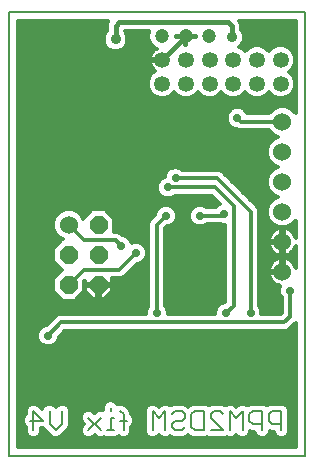
<source format=gbl>
G75*
%MOIN*%
%OFA0B0*%
%FSLAX24Y24*%
%IPPOS*%
%LPD*%
%AMOC8*
5,1,8,0,0,1.08239X$1,22.5*
%
%ADD10C,0.0080*%
%ADD11C,0.0070*%
%ADD12C,0.0600*%
%ADD13C,0.0472*%
%ADD14C,0.0531*%
%ADD15OC8,0.0600*%
%ADD16C,0.0356*%
%ADD17C,0.0120*%
%ADD18C,0.0160*%
%ADD19C,0.0277*%
D10*
X003400Y002400D02*
X013264Y002400D01*
X013264Y017194D01*
X003400Y017194D01*
X003400Y002400D01*
D11*
X004225Y003248D02*
X004225Y003878D01*
X004541Y003563D01*
X004120Y003563D01*
X004765Y003458D02*
X004765Y003878D01*
X005185Y003878D02*
X005185Y003458D01*
X004975Y003248D01*
X004765Y003458D01*
X006054Y003668D02*
X006474Y003248D01*
X006694Y003248D02*
X006904Y003248D01*
X006799Y003248D02*
X006799Y003668D01*
X006904Y003668D01*
X006799Y003878D02*
X006799Y003983D01*
X007123Y003878D02*
X007229Y003773D01*
X007229Y003248D01*
X007334Y003563D02*
X007123Y003563D01*
X006474Y003668D02*
X006054Y003248D01*
X008202Y003248D02*
X008202Y003878D01*
X008413Y003668D01*
X008623Y003878D01*
X008623Y003248D01*
X008847Y003353D02*
X008847Y003458D01*
X008952Y003563D01*
X009162Y003563D01*
X009267Y003668D01*
X009267Y003773D01*
X009162Y003878D01*
X008952Y003878D01*
X008847Y003773D01*
X009491Y003773D02*
X009597Y003878D01*
X009912Y003878D01*
X009912Y003248D01*
X009597Y003248D01*
X009491Y003353D01*
X009491Y003773D01*
X009267Y003353D02*
X009162Y003248D01*
X008952Y003248D01*
X008847Y003353D01*
X010136Y003248D02*
X010556Y003248D01*
X010136Y003668D01*
X010136Y003773D01*
X010241Y003878D01*
X010451Y003878D01*
X010556Y003773D01*
X010781Y003878D02*
X010781Y003248D01*
X011201Y003248D02*
X011201Y003878D01*
X010991Y003668D01*
X010781Y003878D01*
X011425Y003773D02*
X011425Y003563D01*
X011530Y003458D01*
X011845Y003458D01*
X011845Y003248D02*
X011845Y003878D01*
X011530Y003878D01*
X011425Y003773D01*
X012070Y003773D02*
X012070Y003563D01*
X012175Y003458D01*
X012490Y003458D01*
X012490Y003248D02*
X012490Y003878D01*
X012175Y003878D01*
X012070Y003773D01*
D12*
X012525Y008525D03*
X012525Y009525D03*
X012525Y010525D03*
X012525Y011525D03*
X012525Y012525D03*
X012525Y013525D03*
X005400Y010088D03*
D13*
X008517Y016381D03*
X009304Y016381D03*
X010091Y016381D03*
D14*
X010100Y015588D03*
X010887Y015588D03*
X011675Y015588D03*
X012462Y015588D03*
X012462Y014800D03*
X011675Y014800D03*
X010887Y014800D03*
X010100Y014800D03*
X009312Y014800D03*
X008525Y014800D03*
X008525Y015588D03*
X009312Y015588D03*
D15*
X006400Y010088D03*
X006400Y009088D03*
X005400Y009088D03*
X005400Y008088D03*
X006400Y008088D03*
D16*
X010400Y008025D03*
X011400Y005025D03*
X009025Y005025D03*
X004338Y005025D03*
X004275Y015213D03*
X006963Y016275D03*
X010838Y016338D03*
X012619Y016525D03*
D17*
X012964Y016502D02*
X011200Y016502D01*
X011175Y016563D02*
X011137Y016601D01*
X011137Y016772D01*
X011092Y016882D01*
X011080Y016894D01*
X012964Y016894D01*
X012964Y013822D01*
X012820Y013966D01*
X012628Y014045D01*
X012422Y014045D01*
X012230Y013966D01*
X012084Y013820D01*
X012078Y013805D01*
X011349Y013805D01*
X011329Y013853D01*
X011228Y013954D01*
X011096Y014009D01*
X010954Y014009D01*
X010822Y013954D01*
X010721Y013853D01*
X010666Y013721D01*
X010666Y013579D01*
X010721Y013447D01*
X010822Y013346D01*
X010954Y013291D01*
X010988Y013291D01*
X010991Y013288D01*
X011094Y013245D01*
X012078Y013245D01*
X012084Y013230D01*
X012230Y013084D01*
X012373Y013025D01*
X012230Y012966D01*
X012084Y012820D01*
X012005Y012628D01*
X012005Y012422D01*
X012084Y012230D01*
X012230Y012084D01*
X012373Y012025D01*
X012230Y011966D01*
X012084Y011820D01*
X012005Y011628D01*
X012005Y011422D01*
X012084Y011230D01*
X012230Y011084D01*
X012373Y011025D01*
X012230Y010966D01*
X012084Y010820D01*
X012005Y010628D01*
X012005Y010422D01*
X012084Y010230D01*
X012230Y010084D01*
X012422Y010005D01*
X012628Y010005D01*
X012820Y010084D01*
X012964Y010228D01*
X012964Y009663D01*
X012951Y009702D01*
X012918Y009766D01*
X012876Y009825D01*
X012825Y009876D01*
X012766Y009918D01*
X012702Y009951D01*
X012633Y009974D01*
X012565Y009984D01*
X012485Y009984D01*
X012417Y009974D01*
X012348Y009951D01*
X012284Y009918D01*
X012225Y009876D01*
X012174Y009825D01*
X012132Y009766D01*
X012099Y009702D01*
X012076Y009633D01*
X012066Y009565D01*
X012485Y009565D01*
X012485Y009984D01*
X012483Y009984D02*
X011742Y009984D01*
X011742Y009866D02*
X012215Y009866D01*
X012122Y009747D02*
X011742Y009747D01*
X011742Y009629D02*
X012076Y009629D01*
X012066Y009485D02*
X012076Y009417D01*
X012099Y009348D01*
X012132Y009284D01*
X012174Y009225D01*
X012225Y009174D01*
X012284Y009132D01*
X012348Y009099D01*
X012417Y009076D01*
X012485Y009066D01*
X012485Y009485D01*
X012565Y009485D01*
X012565Y009066D01*
X012633Y009076D01*
X012702Y009099D01*
X012766Y009132D01*
X012825Y009174D01*
X012876Y009225D01*
X012918Y009284D01*
X012951Y009348D01*
X012964Y009387D01*
X012964Y008663D01*
X012951Y008702D01*
X012918Y008766D01*
X012876Y008825D01*
X012825Y008876D01*
X012766Y008918D01*
X012702Y008951D01*
X012633Y008974D01*
X012565Y008984D01*
X012565Y008565D01*
X012485Y008565D01*
X012485Y008984D01*
X012417Y008974D01*
X012348Y008951D01*
X012284Y008918D01*
X012225Y008876D01*
X012174Y008825D01*
X012132Y008766D01*
X012099Y008702D01*
X012076Y008633D01*
X012066Y008565D01*
X012485Y008565D01*
X012485Y008485D01*
X012066Y008485D01*
X012076Y008417D01*
X012099Y008348D01*
X012132Y008284D01*
X012174Y008225D01*
X012225Y008174D01*
X012284Y008132D01*
X012348Y008099D01*
X012417Y008076D01*
X012457Y008070D01*
X012416Y007971D01*
X012416Y007829D01*
X012471Y007697D01*
X012495Y007673D01*
X012495Y007141D01*
X012472Y007117D01*
X011821Y007117D01*
X011821Y007221D01*
X011767Y007353D01*
X011742Y007377D01*
X011742Y010581D01*
X011700Y010684D01*
X010575Y011809D01*
X010496Y011887D01*
X010393Y011930D01*
X009190Y011930D01*
X009166Y011954D01*
X009034Y012009D01*
X008891Y012009D01*
X008759Y011954D01*
X008658Y011853D01*
X008604Y011721D01*
X008604Y011681D01*
X008509Y011642D01*
X008408Y011541D01*
X008354Y011409D01*
X008354Y011266D01*
X008408Y011134D01*
X008509Y011033D01*
X008641Y010979D01*
X008784Y010979D01*
X008916Y011033D01*
X008940Y011058D01*
X010159Y011058D01*
X010431Y010786D01*
X010384Y010767D01*
X010298Y010680D01*
X010002Y010680D01*
X009978Y010704D01*
X009846Y010759D01*
X009704Y010759D01*
X009572Y010704D01*
X009471Y010603D01*
X009416Y010471D01*
X009416Y010329D01*
X009471Y010197D01*
X009572Y010096D01*
X009704Y010041D01*
X009846Y010041D01*
X009978Y010096D01*
X010002Y010120D01*
X010477Y010120D01*
X010516Y010104D01*
X010620Y010104D01*
X010620Y007516D01*
X010613Y007509D01*
X010579Y007509D01*
X010447Y007454D01*
X010346Y007353D01*
X010291Y007221D01*
X010291Y007117D01*
X008696Y007117D01*
X008696Y007221D01*
X008642Y007353D01*
X008617Y007377D01*
X008617Y009972D01*
X008687Y010041D01*
X008721Y010041D01*
X008853Y010096D01*
X008954Y010197D01*
X009009Y010329D01*
X009009Y010471D01*
X008954Y010603D01*
X008853Y010704D01*
X008721Y010759D01*
X008579Y010759D01*
X008447Y010704D01*
X008346Y010603D01*
X008291Y010471D01*
X008291Y010437D01*
X008100Y010246D01*
X008058Y010143D01*
X008058Y007377D01*
X008033Y007353D01*
X007979Y007221D01*
X007979Y007117D01*
X005094Y007117D01*
X004991Y007075D01*
X004675Y006759D01*
X004641Y006759D01*
X004509Y006704D01*
X004408Y006603D01*
X004354Y006471D01*
X004354Y006329D01*
X004408Y006197D01*
X004509Y006096D01*
X004641Y006041D01*
X004784Y006041D01*
X004916Y006096D01*
X005017Y006197D01*
X005071Y006329D01*
X005071Y006363D01*
X005266Y006558D01*
X012643Y006558D01*
X012746Y006600D01*
X012825Y006679D01*
X012964Y006818D01*
X012964Y002700D01*
X003700Y002700D01*
X003700Y016894D01*
X006720Y016894D01*
X006708Y016882D01*
X006663Y016772D01*
X006663Y016538D01*
X006625Y016501D01*
X006564Y016354D01*
X006564Y016196D01*
X006625Y016049D01*
X006737Y015937D01*
X006883Y015877D01*
X007042Y015877D01*
X007188Y015937D01*
X007300Y016049D01*
X007361Y016196D01*
X007361Y016354D01*
X007300Y016501D01*
X007263Y016538D01*
X008088Y016538D01*
X008060Y016472D01*
X008060Y016291D01*
X008130Y016123D01*
X008258Y015995D01*
X008329Y015965D01*
X008302Y015952D01*
X008248Y015912D01*
X008200Y015865D01*
X008161Y015811D01*
X008130Y015751D01*
X008110Y015687D01*
X008099Y015621D01*
X008099Y015616D01*
X008496Y015616D01*
X008496Y015559D01*
X008099Y015559D01*
X008099Y015554D01*
X008110Y015488D01*
X008130Y015424D01*
X008161Y015364D01*
X008200Y015310D01*
X008248Y015263D01*
X008293Y015230D01*
X008250Y015212D01*
X008113Y015075D01*
X008039Y014897D01*
X008039Y014703D01*
X008113Y014525D01*
X008250Y014388D01*
X008428Y014314D01*
X008622Y014314D01*
X008800Y014388D01*
X008919Y014507D01*
X009037Y014388D01*
X009216Y014314D01*
X009409Y014314D01*
X009588Y014388D01*
X009706Y014507D01*
X009825Y014388D01*
X010003Y014314D01*
X010196Y014314D01*
X010375Y014388D01*
X010494Y014507D01*
X010612Y014388D01*
X010791Y014314D01*
X010984Y014314D01*
X011162Y014388D01*
X011281Y014507D01*
X011399Y014388D01*
X011578Y014314D01*
X011771Y014314D01*
X011950Y014388D01*
X012068Y014507D01*
X012187Y014388D01*
X012365Y014314D01*
X012559Y014314D01*
X012737Y014388D01*
X012874Y014525D01*
X012948Y014703D01*
X012948Y014897D01*
X012874Y015075D01*
X012755Y015194D01*
X012874Y015312D01*
X012948Y015491D01*
X012948Y015684D01*
X012874Y015863D01*
X012737Y015999D01*
X012559Y016073D01*
X012365Y016073D01*
X012187Y015999D01*
X012068Y015881D01*
X011950Y015999D01*
X011771Y016073D01*
X011578Y016073D01*
X011399Y015999D01*
X011281Y015881D01*
X011162Y015999D01*
X011092Y016029D01*
X011175Y016112D01*
X011236Y016258D01*
X011236Y016417D01*
X011175Y016563D01*
X011137Y016620D02*
X012964Y016620D01*
X012964Y016739D02*
X011137Y016739D01*
X011102Y016857D02*
X012964Y016857D01*
X012964Y016383D02*
X011236Y016383D01*
X011236Y016265D02*
X012964Y016265D01*
X012964Y016146D02*
X011189Y016146D01*
X011094Y016028D02*
X011468Y016028D01*
X011309Y015909D02*
X011253Y015909D01*
X011882Y016028D02*
X012255Y016028D01*
X012097Y015909D02*
X012040Y015909D01*
X012669Y016028D02*
X012964Y016028D01*
X012964Y015909D02*
X012827Y015909D01*
X012904Y015791D02*
X012964Y015791D01*
X012964Y015672D02*
X012948Y015672D01*
X012948Y015554D02*
X012964Y015554D01*
X012964Y015435D02*
X012925Y015435D01*
X012964Y015317D02*
X012876Y015317D01*
X012964Y015198D02*
X012759Y015198D01*
X012870Y015080D02*
X012964Y015080D01*
X012964Y014961D02*
X012921Y014961D01*
X012948Y014843D02*
X012964Y014843D01*
X012964Y014724D02*
X012948Y014724D01*
X012964Y014606D02*
X012907Y014606D01*
X012964Y014487D02*
X012836Y014487D01*
X012964Y014369D02*
X012689Y014369D01*
X012964Y014250D02*
X003700Y014250D01*
X003700Y014132D02*
X012964Y014132D01*
X012964Y014013D02*
X012706Y014013D01*
X012891Y013895D02*
X012964Y013895D01*
X012525Y013525D02*
X011150Y013525D01*
X011025Y013650D01*
X010666Y013658D02*
X003700Y013658D01*
X003700Y013776D02*
X010689Y013776D01*
X010762Y013895D02*
X003700Y013895D01*
X003700Y014013D02*
X012344Y014013D01*
X012159Y013895D02*
X011288Y013895D01*
X010683Y013539D02*
X003700Y013539D01*
X003700Y013421D02*
X010747Y013421D01*
X010928Y013302D02*
X003700Y013302D01*
X003700Y013184D02*
X012131Y013184D01*
X012277Y013065D02*
X003700Y013065D01*
X003700Y012947D02*
X012211Y012947D01*
X012093Y012828D02*
X003700Y012828D01*
X003700Y012710D02*
X012039Y012710D01*
X012005Y012591D02*
X003700Y012591D01*
X003700Y012473D02*
X012005Y012473D01*
X012033Y012354D02*
X003700Y012354D01*
X003700Y012236D02*
X012082Y012236D01*
X012198Y012117D02*
X003700Y012117D01*
X003700Y011999D02*
X008866Y011999D01*
X009059Y011999D02*
X012309Y011999D01*
X012145Y011880D02*
X010503Y011880D01*
X010622Y011762D02*
X012060Y011762D01*
X012011Y011643D02*
X010740Y011643D01*
X010859Y011525D02*
X012005Y011525D01*
X012011Y011406D02*
X010977Y011406D01*
X011096Y011288D02*
X012061Y011288D01*
X012146Y011169D02*
X011214Y011169D01*
X011333Y011051D02*
X012312Y011051D01*
X012197Y010932D02*
X011451Y010932D01*
X011570Y010814D02*
X012082Y010814D01*
X012033Y010695D02*
X011688Y010695D01*
X011742Y010577D02*
X012005Y010577D01*
X012005Y010458D02*
X011742Y010458D01*
X011742Y010340D02*
X012039Y010340D01*
X012094Y010221D02*
X011742Y010221D01*
X011742Y010103D02*
X012212Y010103D01*
X012485Y009866D02*
X012565Y009866D01*
X012567Y009984D02*
X012964Y009984D01*
X012964Y009866D02*
X012835Y009866D01*
X012928Y009747D02*
X012964Y009747D01*
X012565Y009747D02*
X012485Y009747D01*
X012485Y009629D02*
X012565Y009629D01*
X012565Y009565D02*
X012485Y009565D01*
X012485Y009485D01*
X012066Y009485D01*
X012085Y009392D02*
X011742Y009392D01*
X011742Y009510D02*
X012485Y009510D01*
X012565Y009565D02*
X012565Y009984D01*
X012838Y010103D02*
X012964Y010103D01*
X012956Y010221D02*
X012964Y010221D01*
X012565Y009392D02*
X012485Y009392D01*
X012485Y009273D02*
X012565Y009273D01*
X012565Y009155D02*
X012485Y009155D01*
X012252Y009155D02*
X011742Y009155D01*
X011742Y009273D02*
X012139Y009273D01*
X011742Y009036D02*
X012964Y009036D01*
X012964Y008918D02*
X012767Y008918D01*
X012895Y008799D02*
X012964Y008799D01*
X012958Y008681D02*
X012964Y008681D01*
X012565Y008681D02*
X012485Y008681D01*
X012485Y008799D02*
X012565Y008799D01*
X012565Y008918D02*
X012485Y008918D01*
X012283Y008918D02*
X011742Y008918D01*
X011742Y008799D02*
X012155Y008799D01*
X012092Y008681D02*
X011742Y008681D01*
X011742Y008562D02*
X012485Y008562D01*
X012072Y008444D02*
X011742Y008444D01*
X011742Y008325D02*
X012111Y008325D01*
X012193Y008207D02*
X011742Y008207D01*
X011742Y008088D02*
X012381Y008088D01*
X012416Y007970D02*
X011742Y007970D01*
X011742Y007851D02*
X012416Y007851D01*
X012456Y007733D02*
X011742Y007733D01*
X011742Y007614D02*
X012495Y007614D01*
X012495Y007496D02*
X011742Y007496D01*
X011743Y007377D02*
X012495Y007377D01*
X012495Y007259D02*
X011806Y007259D01*
X011821Y007140D02*
X012494Y007140D01*
X012775Y007025D02*
X012588Y006838D01*
X005150Y006838D01*
X004713Y006400D01*
X004862Y006074D02*
X012964Y006074D01*
X012964Y006192D02*
X005012Y006192D01*
X005064Y006311D02*
X012964Y006311D01*
X012964Y006429D02*
X005137Y006429D01*
X005256Y006548D02*
X012964Y006548D01*
X012964Y006666D02*
X012812Y006666D01*
X012930Y006785D02*
X012964Y006785D01*
X012775Y007025D02*
X012775Y007900D01*
X011463Y007150D02*
X011463Y010525D01*
X010338Y011650D01*
X008963Y011650D01*
X008620Y011762D02*
X003700Y011762D01*
X003700Y011880D02*
X008685Y011880D01*
X008513Y011643D02*
X003700Y011643D01*
X003700Y011525D02*
X008402Y011525D01*
X008354Y011406D02*
X003700Y011406D01*
X003700Y011288D02*
X008354Y011288D01*
X008394Y011169D02*
X003700Y011169D01*
X003700Y011051D02*
X008492Y011051D01*
X008438Y010695D02*
X003700Y010695D01*
X003700Y010577D02*
X005222Y010577D01*
X005297Y010607D02*
X005105Y010528D01*
X004959Y010382D01*
X004880Y010191D01*
X004880Y009984D01*
X003700Y009984D01*
X003700Y009866D02*
X004929Y009866D01*
X004959Y009793D02*
X004880Y009984D01*
X004880Y010103D02*
X003700Y010103D01*
X003700Y010221D02*
X004892Y010221D01*
X004942Y010340D02*
X003700Y010340D01*
X003700Y010458D02*
X005035Y010458D01*
X005297Y010607D02*
X005503Y010607D01*
X005695Y010528D01*
X005841Y010382D01*
X005880Y010287D01*
X005880Y010303D01*
X006185Y010607D01*
X006615Y010607D01*
X006920Y010303D01*
X006920Y009872D01*
X006915Y009867D01*
X007018Y009867D01*
X007121Y009825D01*
X007187Y009759D01*
X007221Y009759D01*
X007353Y009704D01*
X007454Y009603D01*
X007506Y009479D01*
X007579Y009509D01*
X007721Y009509D01*
X007853Y009454D01*
X007954Y009353D01*
X008009Y009221D01*
X008009Y009079D01*
X007954Y008947D01*
X007853Y008846D01*
X007721Y008791D01*
X007687Y008791D01*
X007246Y008350D01*
X007143Y008308D01*
X006831Y008308D01*
X006860Y008278D01*
X006860Y008128D01*
X006440Y008128D01*
X006440Y008047D01*
X006440Y007628D01*
X006591Y007628D01*
X006860Y007897D01*
X006860Y008047D01*
X006440Y008047D01*
X006360Y008047D01*
X006360Y007628D01*
X006209Y007628D01*
X005940Y007897D01*
X005940Y008047D01*
X006360Y008047D01*
X006360Y008128D01*
X005940Y008128D01*
X005940Y008232D01*
X005920Y008212D01*
X005920Y007872D01*
X005615Y007568D01*
X005185Y007568D01*
X004880Y007872D01*
X004880Y008303D01*
X005165Y008588D01*
X004880Y008872D01*
X004880Y009303D01*
X005185Y009607D01*
X005200Y009607D01*
X005105Y009647D01*
X004959Y009793D01*
X005005Y009747D02*
X003700Y009747D01*
X003700Y009629D02*
X005149Y009629D01*
X005087Y009510D02*
X003700Y009510D01*
X003700Y009392D02*
X004969Y009392D01*
X004880Y009273D02*
X003700Y009273D01*
X003700Y009155D02*
X004880Y009155D01*
X004880Y009036D02*
X003700Y009036D01*
X003700Y008918D02*
X004880Y008918D01*
X004953Y008799D02*
X003700Y008799D01*
X003700Y008681D02*
X005072Y008681D01*
X005139Y008562D02*
X003700Y008562D01*
X003700Y008444D02*
X005021Y008444D01*
X004902Y008325D02*
X003700Y008325D01*
X003700Y008207D02*
X004880Y008207D01*
X004880Y008088D02*
X003700Y008088D01*
X003700Y007970D02*
X004880Y007970D01*
X004901Y007851D02*
X003700Y007851D01*
X003700Y007733D02*
X005020Y007733D01*
X005138Y007614D02*
X003700Y007614D01*
X003700Y007496D02*
X008058Y007496D01*
X008058Y007614D02*
X005662Y007614D01*
X005780Y007733D02*
X006104Y007733D01*
X005986Y007851D02*
X005899Y007851D01*
X005920Y007970D02*
X005940Y007970D01*
X005920Y008088D02*
X006360Y008088D01*
X006440Y008088D02*
X008058Y008088D01*
X008058Y007970D02*
X006860Y007970D01*
X006814Y007851D02*
X008058Y007851D01*
X008058Y007733D02*
X006696Y007733D01*
X006440Y007733D02*
X006360Y007733D01*
X006360Y007851D02*
X006440Y007851D01*
X006440Y007970D02*
X006360Y007970D01*
X005940Y008207D02*
X005920Y008207D01*
X005900Y008588D02*
X007088Y008588D01*
X007650Y009150D01*
X008009Y009155D02*
X008058Y009155D01*
X008058Y009273D02*
X007987Y009273D01*
X007916Y009392D02*
X008058Y009392D01*
X008058Y009510D02*
X007493Y009510D01*
X007429Y009629D02*
X008058Y009629D01*
X008058Y009747D02*
X007250Y009747D01*
X007023Y009866D02*
X008058Y009866D01*
X008058Y009984D02*
X006920Y009984D01*
X006920Y010103D02*
X008058Y010103D01*
X008090Y010221D02*
X006920Y010221D01*
X006883Y010340D02*
X008194Y010340D01*
X008291Y010458D02*
X006765Y010458D01*
X006646Y010577D02*
X008335Y010577D01*
X008650Y010400D02*
X008338Y010088D01*
X008338Y007150D01*
X008696Y007140D02*
X010291Y007140D01*
X010307Y007259D02*
X008681Y007259D01*
X008618Y007377D02*
X010370Y007377D01*
X010547Y007496D02*
X008617Y007496D01*
X008617Y007614D02*
X010620Y007614D01*
X010620Y007733D02*
X008617Y007733D01*
X008617Y007851D02*
X010620Y007851D01*
X010620Y007970D02*
X008617Y007970D01*
X008617Y008088D02*
X010620Y008088D01*
X010620Y008207D02*
X008617Y008207D01*
X008617Y008325D02*
X010620Y008325D01*
X010620Y008444D02*
X008617Y008444D01*
X008617Y008562D02*
X010620Y008562D01*
X010620Y008681D02*
X008617Y008681D01*
X008617Y008799D02*
X010620Y008799D01*
X010620Y008918D02*
X008617Y008918D01*
X008617Y009036D02*
X010620Y009036D01*
X010620Y009155D02*
X008617Y009155D01*
X008617Y009273D02*
X010620Y009273D01*
X010620Y009392D02*
X008617Y009392D01*
X008617Y009510D02*
X010620Y009510D01*
X010620Y009629D02*
X008617Y009629D01*
X008617Y009747D02*
X010620Y009747D01*
X010620Y009866D02*
X008617Y009866D01*
X008630Y009984D02*
X010620Y009984D01*
X010620Y010103D02*
X009985Y010103D01*
X009775Y010400D02*
X010525Y010400D01*
X010588Y010463D01*
X010313Y010695D02*
X009987Y010695D01*
X010285Y010932D02*
X003700Y010932D01*
X003700Y010814D02*
X010403Y010814D01*
X010166Y011051D02*
X008933Y011051D01*
X008713Y011338D02*
X010275Y011338D01*
X010900Y010713D01*
X010900Y007400D01*
X010650Y007150D01*
X008057Y007377D02*
X003700Y007377D01*
X003700Y007259D02*
X007994Y007259D01*
X007979Y007140D02*
X003700Y007140D01*
X003700Y007022D02*
X004938Y007022D01*
X004820Y006903D02*
X003700Y006903D01*
X003700Y006785D02*
X004701Y006785D01*
X004471Y006666D02*
X003700Y006666D01*
X003700Y006548D02*
X004385Y006548D01*
X004354Y006429D02*
X003700Y006429D01*
X003700Y006311D02*
X004361Y006311D01*
X004413Y006192D02*
X003700Y006192D01*
X003700Y006074D02*
X004563Y006074D01*
X003700Y005955D02*
X012964Y005955D01*
X012964Y005837D02*
X003700Y005837D01*
X003700Y005718D02*
X012964Y005718D01*
X012964Y005600D02*
X003700Y005600D01*
X003700Y005481D02*
X012964Y005481D01*
X012964Y005363D02*
X003700Y005363D01*
X003700Y005244D02*
X012964Y005244D01*
X012964Y005126D02*
X003700Y005126D01*
X003700Y005007D02*
X012964Y005007D01*
X012964Y004889D02*
X003700Y004889D01*
X003700Y004770D02*
X012964Y004770D01*
X012964Y004652D02*
X003700Y004652D01*
X003700Y004533D02*
X012964Y004533D01*
X012964Y004415D02*
X003700Y004415D01*
X003700Y004296D02*
X012964Y004296D01*
X012964Y004178D02*
X006965Y004178D01*
X006943Y004199D02*
X006850Y004238D01*
X006748Y004238D01*
X006654Y004199D01*
X006583Y004128D01*
X006544Y004034D01*
X006544Y003915D01*
X006525Y003923D01*
X006423Y003923D01*
X006330Y003884D01*
X006264Y003818D01*
X006198Y003884D01*
X006105Y003923D01*
X006003Y003923D01*
X005909Y003884D01*
X005838Y003812D01*
X005799Y003719D01*
X005799Y003617D01*
X005838Y003523D01*
X005903Y003458D01*
X005838Y003392D01*
X005799Y003298D01*
X005799Y003197D01*
X005838Y003103D01*
X005909Y003031D01*
X006003Y002993D01*
X005026Y002993D01*
X005119Y003031D01*
X005191Y003103D01*
X005401Y003313D01*
X005440Y003407D01*
X005440Y003929D01*
X005401Y004022D01*
X005330Y004094D01*
X005236Y004133D01*
X005134Y004133D01*
X005041Y004094D01*
X004975Y004028D01*
X004909Y004094D01*
X004815Y004133D01*
X004714Y004133D01*
X004620Y004094D01*
X004549Y004022D01*
X004517Y003947D01*
X004370Y004094D01*
X004276Y004133D01*
X004175Y004133D01*
X004081Y004094D01*
X004009Y004022D01*
X003970Y003929D01*
X003970Y003773D01*
X003904Y003707D01*
X003865Y003613D01*
X003865Y003512D01*
X003904Y003418D01*
X003970Y003352D01*
X003970Y003197D01*
X004009Y003103D01*
X004081Y003031D01*
X004175Y002993D01*
X004276Y002993D01*
X004924Y002993D01*
X005026Y002993D01*
X004924Y002993D02*
X004830Y003031D01*
X004620Y003242D01*
X004554Y003308D01*
X004480Y003308D01*
X004480Y003197D01*
X004441Y003103D01*
X004370Y003031D01*
X004276Y002993D01*
X004175Y002993D02*
X003700Y002993D01*
X003700Y003111D02*
X004006Y003111D01*
X003970Y003230D02*
X003700Y003230D01*
X003700Y003348D02*
X003970Y003348D01*
X003884Y003467D02*
X003700Y003467D01*
X003700Y003585D02*
X003865Y003585D01*
X003902Y003704D02*
X003700Y003704D01*
X003700Y003822D02*
X003970Y003822D01*
X003975Y003941D02*
X003700Y003941D01*
X003700Y004059D02*
X004046Y004059D01*
X004405Y004059D02*
X004585Y004059D01*
X004944Y004059D02*
X005005Y004059D01*
X005365Y004059D02*
X006554Y004059D01*
X006544Y003941D02*
X005435Y003941D01*
X005440Y003822D02*
X005847Y003822D01*
X005799Y003704D02*
X005440Y003704D01*
X005440Y003585D02*
X005812Y003585D01*
X005895Y003467D02*
X005440Y003467D01*
X005416Y003348D02*
X005819Y003348D01*
X005799Y003230D02*
X005318Y003230D01*
X005199Y003111D02*
X005834Y003111D01*
X006003Y002993D02*
X006105Y002993D01*
X006423Y002993D01*
X006525Y002993D01*
X006643Y002993D01*
X006955Y002993D01*
X007178Y002993D01*
X007279Y002993D01*
X008152Y002993D01*
X008253Y002993D01*
X008572Y002993D01*
X008673Y002993D01*
X008767Y003031D01*
X008787Y003052D01*
X008808Y003031D01*
X008901Y002993D01*
X008673Y002993D01*
X008572Y002993D02*
X008478Y003031D01*
X008413Y003097D01*
X008347Y003031D01*
X008253Y002993D01*
X008152Y002993D02*
X008058Y003031D01*
X007986Y003103D01*
X007947Y003197D01*
X007947Y003929D01*
X007986Y004022D01*
X008058Y004094D01*
X008152Y004133D01*
X008253Y004133D01*
X008347Y004094D01*
X008413Y004028D01*
X008478Y004094D01*
X008572Y004133D01*
X008673Y004133D01*
X008767Y004094D01*
X008787Y004074D01*
X008808Y004094D01*
X008901Y004133D01*
X009213Y004133D01*
X009307Y004094D01*
X009379Y004021D01*
X009380Y004022D01*
X009452Y004094D01*
X009546Y004133D01*
X009963Y004133D01*
X010056Y004094D01*
X010076Y004074D01*
X010097Y004094D01*
X010190Y004133D01*
X010502Y004133D01*
X010596Y004094D01*
X010616Y004074D01*
X010636Y004094D01*
X010730Y004133D01*
X010831Y004133D01*
X010925Y004094D01*
X010991Y004028D01*
X011056Y004094D01*
X011150Y004133D01*
X011252Y004133D01*
X011345Y004094D01*
X011366Y004074D01*
X011386Y004094D01*
X011479Y004133D01*
X011896Y004133D01*
X011990Y004094D01*
X012010Y004074D01*
X012030Y004094D01*
X012124Y004133D01*
X012541Y004133D01*
X012634Y004094D01*
X012706Y004022D01*
X012745Y003929D01*
X012745Y003197D01*
X012706Y003103D01*
X012634Y003031D01*
X012541Y002993D01*
X012964Y002993D01*
X012964Y003111D02*
X012709Y003111D01*
X012745Y003230D02*
X012964Y003230D01*
X012964Y003348D02*
X012745Y003348D01*
X012745Y003467D02*
X012964Y003467D01*
X012964Y003585D02*
X012745Y003585D01*
X012745Y003704D02*
X012964Y003704D01*
X012964Y003822D02*
X012745Y003822D01*
X012740Y003941D02*
X012964Y003941D01*
X012964Y004059D02*
X012670Y004059D01*
X012124Y003203D02*
X012100Y003212D01*
X012100Y003197D01*
X012062Y003103D01*
X011990Y003031D01*
X011896Y002993D01*
X012439Y002993D01*
X012541Y002993D01*
X012439Y002993D02*
X012346Y003031D01*
X012274Y003103D01*
X012235Y003197D01*
X012235Y003203D01*
X012124Y003203D01*
X012065Y003111D02*
X012271Y003111D01*
X011896Y002993D02*
X011795Y002993D01*
X011701Y003031D01*
X011629Y003103D01*
X011590Y003197D01*
X011590Y003203D01*
X011479Y003203D01*
X011456Y003212D01*
X011456Y003197D01*
X011417Y003103D01*
X011345Y003031D01*
X011252Y002993D01*
X011795Y002993D01*
X011626Y003111D02*
X011420Y003111D01*
X011252Y002993D02*
X011150Y002993D01*
X010831Y002993D01*
X010925Y003031D01*
X010991Y003097D01*
X011056Y003031D01*
X011150Y002993D01*
X010831Y002993D02*
X010730Y002993D01*
X010607Y002993D01*
X010668Y003018D01*
X010730Y002993D01*
X010607Y002993D02*
X010085Y002993D01*
X009963Y002993D01*
X010024Y003018D01*
X010085Y002993D01*
X009963Y002993D02*
X009546Y002993D01*
X009452Y003031D01*
X009379Y003104D01*
X009307Y003031D01*
X009213Y002993D01*
X009546Y002993D01*
X009213Y002993D02*
X008901Y002993D01*
X007983Y003111D02*
X007448Y003111D01*
X007445Y003103D02*
X007484Y003197D01*
X007484Y003352D01*
X007550Y003418D01*
X007589Y003512D01*
X007589Y003613D01*
X007550Y003707D01*
X007484Y003773D01*
X007484Y003824D01*
X007445Y003917D01*
X007268Y004094D01*
X007174Y004133D01*
X007073Y004133D01*
X007022Y004112D01*
X007015Y004128D01*
X006943Y004199D01*
X006633Y004178D02*
X003700Y004178D01*
X004480Y003230D02*
X004632Y003230D01*
X004751Y003111D02*
X004445Y003111D01*
X003700Y002874D02*
X012964Y002874D01*
X012964Y002756D02*
X003700Y002756D01*
X006105Y002993D02*
X006198Y003031D01*
X006264Y003097D01*
X006330Y003031D01*
X006423Y002993D01*
X006525Y002993D02*
X006584Y003017D01*
X006643Y002993D01*
X006955Y002993D02*
X007048Y003031D01*
X007066Y003049D01*
X007084Y003031D01*
X007178Y002993D01*
X007279Y002993D02*
X007373Y003031D01*
X007445Y003103D01*
X007484Y003230D02*
X007947Y003230D01*
X007947Y003348D02*
X007484Y003348D01*
X007570Y003467D02*
X007947Y003467D01*
X007947Y003585D02*
X007589Y003585D01*
X007551Y003704D02*
X007947Y003704D01*
X007947Y003822D02*
X007484Y003822D01*
X007422Y003941D02*
X007952Y003941D01*
X008023Y004059D02*
X007303Y004059D01*
X006268Y003822D02*
X006260Y003822D01*
X008382Y004059D02*
X008443Y004059D01*
X009342Y004059D02*
X009417Y004059D01*
X010960Y004059D02*
X011021Y004059D01*
X005900Y008588D02*
X005400Y008088D01*
X006860Y008207D02*
X008058Y008207D01*
X008058Y008325D02*
X007185Y008325D01*
X007339Y008444D02*
X008058Y008444D01*
X008058Y008562D02*
X007458Y008562D01*
X007576Y008681D02*
X008058Y008681D01*
X008058Y008799D02*
X007740Y008799D01*
X007925Y008918D02*
X008058Y008918D01*
X008058Y009036D02*
X007991Y009036D01*
X007150Y009400D02*
X006963Y009588D01*
X005900Y009588D01*
X005400Y010088D01*
X005765Y010458D02*
X006035Y010458D01*
X005917Y010340D02*
X005858Y010340D01*
X005578Y010577D02*
X006154Y010577D01*
X008862Y010695D02*
X009563Y010695D01*
X009460Y010577D02*
X008965Y010577D01*
X009009Y010458D02*
X009416Y010458D01*
X009416Y010340D02*
X009009Y010340D01*
X008964Y010221D02*
X009461Y010221D01*
X009565Y010103D02*
X008860Y010103D01*
X012798Y009155D02*
X012964Y009155D01*
X012964Y009273D02*
X012911Y009273D01*
X012235Y014369D02*
X011902Y014369D01*
X012048Y014487D02*
X012088Y014487D01*
X011447Y014369D02*
X011115Y014369D01*
X011261Y014487D02*
X011301Y014487D01*
X010660Y014369D02*
X010327Y014369D01*
X010474Y014487D02*
X010513Y014487D01*
X009872Y014369D02*
X009540Y014369D01*
X009686Y014487D02*
X009726Y014487D01*
X009085Y014369D02*
X008752Y014369D01*
X008899Y014487D02*
X008939Y014487D01*
X008298Y014369D02*
X003700Y014369D01*
X003700Y014487D02*
X008151Y014487D01*
X008080Y014606D02*
X003700Y014606D01*
X003700Y014724D02*
X008039Y014724D01*
X008039Y014843D02*
X003700Y014843D01*
X003700Y014961D02*
X008066Y014961D01*
X008117Y015080D02*
X003700Y015080D01*
X003700Y015198D02*
X008236Y015198D01*
X008196Y015317D02*
X003700Y015317D01*
X003700Y015435D02*
X008127Y015435D01*
X008099Y015554D02*
X003700Y015554D01*
X003700Y015672D02*
X008107Y015672D01*
X008151Y015791D02*
X003700Y015791D01*
X003700Y015909D02*
X006806Y015909D01*
X006647Y016028D02*
X003700Y016028D01*
X003700Y016146D02*
X006585Y016146D01*
X006564Y016265D02*
X003700Y016265D01*
X003700Y016383D02*
X006576Y016383D01*
X006626Y016502D02*
X003700Y016502D01*
X003700Y016620D02*
X006663Y016620D01*
X006663Y016739D02*
X003700Y016739D01*
X003700Y016857D02*
X006698Y016857D01*
X007299Y016502D02*
X008073Y016502D01*
X008060Y016383D02*
X007349Y016383D01*
X007361Y016265D02*
X008071Y016265D01*
X008120Y016146D02*
X007340Y016146D01*
X007278Y016028D02*
X008225Y016028D01*
X008244Y015909D02*
X007119Y015909D01*
X008973Y016363D02*
X009285Y016363D01*
X009285Y016400D01*
X008973Y016400D01*
X008973Y016363D01*
X008973Y016383D02*
X009285Y016383D01*
X009285Y016400D02*
X009285Y016538D01*
X009323Y016538D01*
X009323Y016400D01*
X009635Y016400D01*
X009635Y016363D01*
X009323Y016363D01*
X009323Y016400D01*
X009285Y016400D01*
X009285Y016363D02*
X009285Y016073D01*
X009323Y016073D01*
X009323Y016363D01*
X009285Y016363D01*
X009323Y016383D02*
X009635Y016383D01*
X009323Y016265D02*
X009285Y016265D01*
X009285Y016146D02*
X009323Y016146D01*
X009323Y016502D02*
X009285Y016502D01*
D18*
X009304Y016381D02*
X008525Y015602D01*
X008525Y015588D01*
X006963Y016275D02*
X006963Y016713D01*
X007088Y016838D01*
X010713Y016838D01*
X010838Y016713D01*
X010838Y016338D01*
D19*
X011025Y013650D03*
X010088Y013525D03*
X008963Y011650D03*
X008713Y011338D03*
X008650Y010400D03*
X009775Y010400D03*
X010588Y010463D03*
X007650Y009150D03*
X007150Y009400D03*
X006838Y011338D03*
X008338Y007150D03*
X009900Y006463D03*
X010650Y007150D03*
X011463Y007150D03*
X012775Y007900D03*
X004713Y006400D03*
M02*

</source>
